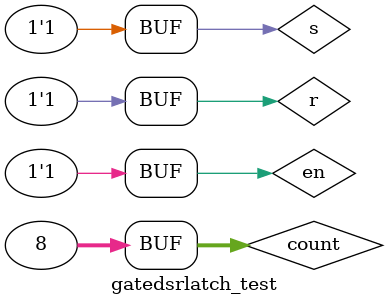
<source format=v>
module gatedsrlatch(input s,r,en,output q,qnot);
	wire a,b;
  	wire r1,s1;
  	nand(s1,en,s);
  	nand(r1,en,r);
  	nand(a,s1,b);
  	nand(b,r1,a);
	wire check,c;
	nand(c,a,b);
	nand(check,c,c);
	mux m1(q,a,check);
	mux m2(qnot,b,check);
endmodule

module mux(o,a,b);
	input a,b;
	output o;
	wire c,d,e;
	not_gate n1(c,b);
	and_gate a1(d,a,c);
	and_gate a2(e,1'bx,b);
	or_gate o1(o,d,e);
endmodule

module or_gate(output c,input a,b);
	wire x;
	nor(x,a,b);
	nor(c,x,x);
endmodule

module and_gate(output c,input a,b);
	wire x;
	nand(x,a,b);
	nand(c,x,x);
endmodule

module not_gate(output a,input b);
	nand(a,b,b);
endmodule

module gatedsrlatch_test;
  	reg s,r,en;
  	wire q,qnot;
  	gatedsrlatch test(s,r,en,q,qnot);
  	integer count;
  	initial begin
      		for(count=0;count<8;count=count+1)begin
        		{en,s,r}=count;
      			#20;
    		end
  	end
endmodule
</source>
